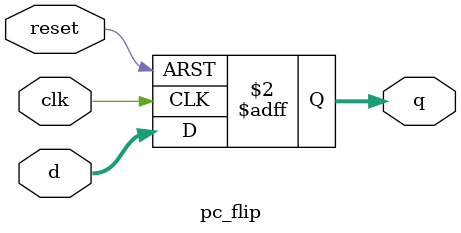
<source format=v>
module pc_flip #(parameter WIDTH = 32)
              (input clk, reset,
               input [WIDTH-1:0] d, 
               output reg [WIDTH-1:0] q);

  always@(posedge clk, posedge reset)
  begin
    if (reset) q <= 0;
    else       q <= d;
	end
endmodule 
</source>
